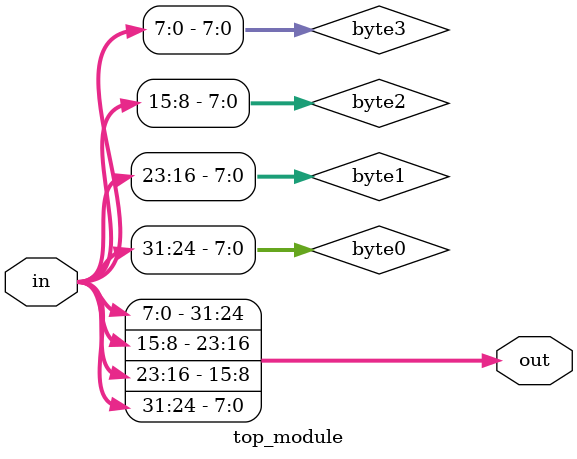
<source format=sv>
module top_module (
	input [31:0] in,
	output [31:0] out
);
	// Define internal wires
	wire [7:0] byte0, byte1, byte2, byte3;
	
	assign {byte0, byte1, byte2, byte3} = in;
	assign out = {byte3, byte2, byte1, byte0};
endmodule

</source>
